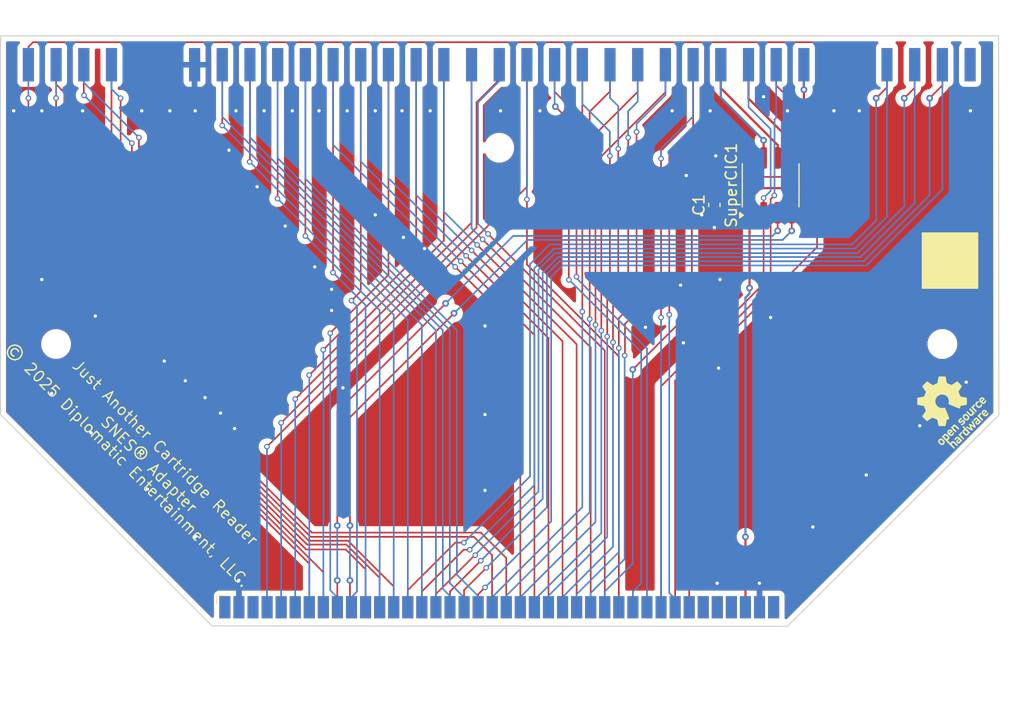
<source format=kicad_pcb>
(kicad_pcb (version 20241229) (generator "pcbnew") (generator_version "9.0")
  (title_block (title "SNES Adapter - Just Another Cartridge Reader") (date "2025-10-22") (company "Diplomatic Enteratinment, LLC.") (comment 1 "CC BY 4.0"))
  (layers (0 "F.Cu" signal) (2 "B.Cu" signal) (13 "F.Paste" user) (15 "B.Paste" user) (5 "F.SilkS" user "F.Silkscreen") (7 "B.SilkS" user "B.Silkscreen") (1 "F.Mask" user) (3 "B.Mask" user) (25 "Edge.Cuts" user))
  (net 0 "")
  (net 1 "A1")
  (net 2 "D47")
  (net 3 "D48")
  (net 4 "D22")
  (net 5 "D35")
  (net 6 "A8")
  (net 7 "D29")
  (net 8 "D31")
  (net 9 "CLK2")
  (net 10 "A9")
  (net 11 "D8")
  (net 12 "A15")
  (net 15 "A7")
  (net 16 "D40")
  (net 21 "A6")
  (net 22 "D26")
  (net 23 "GND")
  (net 24 "D7")
  (net 25 "CLK1")
  (net 27 "D49")
  (net 28 "D37")
  (net 29 "D14")
  (net 30 "D45")
  (net 31 "A4")
  (net 32 "D30")
  (net 33 "A3")
  (net 35 "D46")
  (net 36 "D2")
  (net 37 "D32")
  (net 39 "D27")
  (net 40 "D25")
  (net 41 "D33")
  (net 42 "D41")
  (net 43 "D15")
  (net 44 "A14")
  (net 50 "D24")
  (net 51 "D23")
  (net 52 "D4")
  (net 54 "D3")
  (net 55 "D28")
  (net 57 "A0")
  (net 59 "A5")
  (net 60 "D36")
  (net 61 "D42")
  (net 62 "A11")
  (net 63 "A2")
  (net 64 "D34")
  (net 65 "D6")
  (net 67 "CLK0")
  (net 68 "A13")
  (net 69 "A12")
  (net 70 "D43")
  (net 72 "A10")
  (net 74 "D44")
  (net 75 "CIC RESET")
  (net 76 "CIC0")
  (net 77 "+5V")
  (net 78 "CIC1")
  (net 79 "D9")
  (net 80 "D17")
  (footprint "" (layer "F.Cu") (at 190 102.727)
    (property "Reference" "")
    (property "Value" "")
  )
  (footprint "Package_SO:SOIC-8_3.9x4.9mm_P1.27mm" (layer "F.Cu") (at 174.498 88.392 90)
    (property "Reference" "SuperCIC1")
    (property "Value" "PIC12F629")
  )
  (footprint "Nintendo:SNES Cartridge Connector 62PIN 2.5mm CardEdge" (layer "F.Cu") (at 150 77.5 90)
    (property "Reference" "J2" (hide yes))
    (property "Value" "SNES Cartridge Slot")
  )
  (footprint "JLCPCB:2D Barcode 5mm" (layer "F.Cu") (at 190.69 95.19)
    (property "Reference" "BAR***" (hide yes))
    (property "Value" "2D Barcode 5mm")
  )
  (footprint "Symbol:OSHW-Logo_5.7x6mm_SilkScreen" (layer "F.Cu") (at 190.523146 108.456127 45)
    (property "Reference" "REF**" (hide yes))
    (property "Value" "OSHW-Logo_5.7x6mm_SilkScreen" (hide yes))
  )
  (footprint "MountingHole:MountingHole_2.2mm_M2_ISO7380" (layer "F.Cu") (at 150 85)
    (property "Reference" "REF**" (hide yes))
    (property "Value" "MountingHole_2.2mm_M2_ISO7380" (hide yes))
  )
  (footprint "Capacitor_SMD:C_0603_1608Metric_Pad1.08x0.95mm_HandSolder" (layer "F.Cu") (at 169.418 90.17 -90)
    (property "Reference" "C1")
    (property "Value" "0.1uF")
  )
  (footprint "DiplomaticEntertainment:JACR Cartridge Connector" (layer "F.Cu") (at 150 124.5)
    (property "Reference" "J1" (hide yes))
    (property "Value" "JACR CARTRIDGE ADAPTER")
  )
  (footprint "MountingHole:MountingHole_2.2mm_M2_ISO7380" (layer "F.Cu") (at 110 102.727)
    (property "Reference" "REF**" (hide yes))
    (property "Value" "MountingHole_2.2mm_M2_ISO7380" (hide yes))
  )
  (gr_line (start 195.067115 74.887434) (end 104.987117 74.887434) (stroke (width 0.1)) (layer "Edge.Cuts"))
  (gr_line (start 195.072431 74.88588) (end 195.092335 109.135655) (stroke (width 0.1)) (layer "Edge.Cuts"))
  (gr_line (start 176.000452 128.227538) (end 124.079452 128.185583) (stroke (width 0.1)) (layer "Edge.Cuts"))
  (gr_line (start 124.079452 128.185583) (end 104.987569 109.0937) (stroke (width 0.1)) (layer "Edge.Cuts"))
  (gr_line (start 104.987117 74.887434) (end 104.987117 109.093162) (stroke (width 0.1)) (layer "Edge.Cuts"))
  (gr_line (start 176.000452 128.227538) (end 195.092335 109.135655) (stroke (width 0.1)) (layer "Edge.Cuts"))
  (gr_text "Just Another Cartridge Reader" (at 111.275146 104.773127 315) (layer "F.SilkS") (effects (font (size 1 1) (thickness 0.125)) (justify left bottom)))
  (gr_text "SNES^{®} Adapter" (at 113.815146 109.853127 315) (layer "F.SilkS") (effects (font (size 1 1) (thickness 0.125)) (justify left bottom)))
  (gr_text "© 2025 Diplomatic Entertainment, LLC." (at 105.179146 103.249127 315) (layer "F.SilkS") (effects (font (size 1 1) (thickness 0.125)) (justify left bottom)))
  (segment (start 150 78.854) (end 150 77.5) (width 0.15) (layer "F.Cu") (net 1))
  (segment (start 130.315 109.842) (end 147.955 92.202) (width 0.15) (layer "F.Cu") (net 1))
  (segment (start 147.955 92.202) (end 147.955 80.899) (width 0.15) (layer "F.Cu") (net 1))
  (segment (start 147.955 80.899) (end 150 78.854) (width 0.15) (layer "F.Cu") (net 1))
  (via (at 130.315 109.842) (size 0.5) (drill 0.3) (layers "F.Cu" "B.Cu") (net 1))
  (segment (start 130.315 127) (end 130.315 109.842) (width 0.15) (layer "B.Cu") (net 1))
  (segment (start 154.445 102.192629) (end 154.445 127) (width 0.15) (layer "F.Cu") (net 2))
  (segment (start 147.013417 94.761046) (end 154.445 102.192629) (width 0.15) (layer "F.Cu") (net 2))
  (via (at 147.013417 94.761046) (size 0.5) (drill 0.3) (layers "F.Cu" "B.Cu") (net 2))
  (segment (start 140 87.747629) (end 140 77.5) (width 0.15) (layer "B.Cu") (net 2))
  (segment (start 147.013417 94.761046) (end 140 87.747629) (width 0.15) (layer "B.Cu") (net 2))
  (segment (start 146.518441 95.256023) (end 153.175 101.912582) (width 0.15) (layer "F.Cu") (net 3))
  (segment (start 153.175 101.912582) (end 153.175 127) (width 0.15) (layer "F.Cu") (net 3))
  (via (at 146.518441 95.256023) (size 0.5) (drill 0.3) (layers "F.Cu" "B.Cu") (net 3))
  (segment (start 146.518441 95.256023) (end 137.5 86.237582) (width 0.15) (layer "B.Cu") (net 3))
  (segment (start 137.5 86.237582) (end 137.5 77.5) (width 0.15) (layer "B.Cu") (net 3))
  (segment (start 185 79.541) (end 185 77.5) (width 0.15) (layer "F.Cu") (net 4))
  (segment (start 141.745 124.955) (end 141.745 126.5) (width 0.15) (layer "F.Cu") (net 4))
  (segment (start 141.745 126.5) (end 141.732 126.513) (width 0.15) (layer "F.Cu") (net 4))
  (segment (start 146.033 120.667) (end 141.745 124.955) (width 0.15) (layer "F.Cu") (net 4))
  (segment (start 146.812 120.667) (end 146.033 120.667) (width 0.15) (layer "F.Cu") (net 4))
  (segment (start 141.732 126.513) (end 141.732 126.987) (width 0.15) (layer "F.Cu") (net 4))
  (segment (start 184.023 80.518) (end 185 79.541) (width 0.15) (layer "F.Cu") (net 4))
  (segment (start 141.732 126.987) (end 141.745 127) (width 0.15) (layer "F.Cu") (net 4))
  (via (at 146.812 120.667) (size 0.5) (drill 0.3) (layers "F.Cu" "B.Cu") (net 4))
  (via (at 184.023 80.518) (size 0.6) (drill 0.3) (layers "F.Cu" "B.Cu") (net 4))
  (segment (start 181.864 93.726) (end 154.559 93.726) (width 0.15) (layer "B.Cu") (net 4))
  (segment (start 154.559 93.726) (end 152.781 95.504) (width 0.15) (layer "B.Cu") (net 4))
  (segment (start 184.023 80.518) (end 184.023 91.567) (width 0.15) (layer "B.Cu") (net 4))
  (segment (start 146.812 120.65) (end 146.812 120.667) (width 0.15) (layer "B.Cu") (net 4))
  (segment (start 184.023 91.567) (end 181.864 93.726) (width 0.15) (layer "B.Cu") (net 4))
  (segment (start 152.781 114.681) (end 146.812 120.65) (width 0.15) (layer "B.Cu") (net 4))
  (segment (start 152.781 95.504) (end 152.781 114.681) (width 0.15) (layer "B.Cu") (net 4))
  (segment (start 158.689054 100.991949) (end 158.689054 83.753946) (width 0.15) (layer "F.Cu") (net 5))
  (segment (start 162.5 79.943) (end 162.5 77.5) (width 0.15) (layer "F.Cu") (net 5))
  (segment (start 158.689054 83.753946) (end 162.5 79.943) (width 0.15) (layer "F.Cu") (net 5))
  (via (at 158.689054 100.991949) (size 0.5) (drill 0.3) (layers "F.Cu" "B.Cu") (net 5))
  (segment (start 158.688054 101.734823) (end 158.689054 101.735823) (width 0.15) (layer "B.Cu") (net 5))
  (segment (start 158.689054 101.735823) (end 158.689054 118.805946) (width 0.15) (layer "B.Cu") (net 5))
  (segment (start 158.689054 101.298069) (end 158.688054 101.299069) (width 0.15) (layer "B.Cu") (net 5))
  (segment (start 158.688054 101.299069) (end 158.688054 101.734823) (width 0.15) (layer "B.Cu") (net 5))
  (segment (start 151.905 125.59) (end 151.905 127) (width 0.15) (layer "B.Cu") (net 5))
  (segment (start 158.689054 118.805946) (end 151.905 125.59) (width 0.15) (layer "B.Cu") (net 5))
  (segment (start 158.689054 100.991949) (end 158.689054 101.298069) (width 0.15) (layer "B.Cu") (net 5))
  (segment (start 132.5 92.964) (end 132.5 77.5) (width 0.15) (layer "F.Cu") (net 6))
  (via (at 132.5 92.964) (size 0.5) (drill 0.3) (layers "F.Cu" "B.Cu") (net 6))
  (segment (start 139.205 99.669) (end 139.205 127) (width 0.15) (layer "B.Cu") (net 6))
  (segment (start 132.5 92.964) (end 139.205 99.669) (width 0.15) (layer "B.Cu") (net 6))
  (segment (start 148.336 119.761) (end 150.635 122.06) (width 0.15) (layer "F.Cu") (net 7))
  (segment (start 133.096 119.761) (end 148.336 119.761) (width 0.15) (layer "F.Cu") (net 7))
  (segment (start 150.635 122.06) (end 150.635 127) (width 0.15) (layer "F.Cu") (net 7))
  (segment (start 117.475 104.14) (end 133.096 119.761) (width 0.15) (layer "F.Cu") (net 7))
  (segment (start 117.475 84.074) (end 117.475 104.14) (width 0.15) (layer "F.Cu") (net 7))
  (via (at 117.475 84.074) (size 0.5) (drill 0.3) (layers "F.Cu" "B.Cu") (net 7))
  (segment (start 117.475 84.074) (end 112.5 79.099) (width 0.15) (layer "B.Cu") (net 7))
  (segment (start 112.5 79.099) (end 112.5 77.5) (width 0.15) (layer "B.Cu") (net 7))
  (segment (start 160.795 100.386928) (end 160.795 103.097895) (width 0.15) (layer "F.Cu") (net 8))
  (segment (start 161.642275 84.083188) (end 161.642275 99.539653) (width 0.15) (layer "F.Cu") (net 8))
  (segment (start 161.642275 99.539653) (end 160.795 100.386928) (width 0.15) (layer "F.Cu") (net 8))
  (via (at 161.642275 84.083188) (size 0.5) (drill 0.3) (layers "F.Cu" "B.Cu") (net 8))
  (via (at 160.795 103.097895) (size 0.5) (drill 0.3) (layers "F.Cu" "B.Cu") (net 8))
  (segment (start 161.633087 81.698913) (end 162.5 80.832) (width 0.15) (layer "B.Cu") (net 8))
  (segment (start 160.795 103.097895) (end 160.795 121.526) (width 0.15) (layer "B.Cu") (net 8))
  (segment (start 156.985 125.336) (end 156.985 127) (width 0.15) (layer "B.Cu") (net 8))
  (segment (start 162.5 80.832) (end 162.5 77.5) (width 0.15) (layer "B.Cu") (net 8))
  (segment (start 160.795 121.526) (end 156.985 125.336) (width 0.15) (layer "B.Cu") (net 8))
  (segment (start 161.642275 84.083188) (end 161.633087 84.074) (width 0.15) (layer "B.Cu") (net 8))
  (segment (start 161.633087 84.074) (end 161.633087 81.698913) (width 0.15) (layer "B.Cu") (net 8))
  (segment (start 173.863 90.867) (end 173.863 89.535) (width 0.15) (layer "F.Cu") (net 9))
  (segment (start 173.863 97.282) (end 173.863 90.867) (width 0.15) (layer "F.Cu") (net 9))
  (segment (start 164.605 127) (end 164.605 106.54) (width 0.15) (layer "F.Cu") (net 9))
  (segment (start 164.605 106.54) (end 173.863 97.282) (width 0.15) (layer "F.Cu") (net 9))
  (via (at 173.863 89.535) (size 0.5) (drill 0.3) (layers "F.Cu" "B.Cu") (net 9))
  (segment (start 173.863 89.535) (end 174.498 88.9) (width 0.15) (layer "B.Cu") (net 9))
  (segment (start 174.498 88.9) (end 174.498 83.312) (width 0.15) (layer "B.Cu") (net 9))
  (segment (start 172.5 81.314) (end 172.5 77.5) (width 0.15) (layer "B.Cu") (net 9))
  (segment (start 174.498 83.312) (end 172.5 81.314) (width 0.15) (layer "B.Cu") (net 9))
  (segment (start 130 89.583) (end 130 77.5) (width 0.15) (layer "F.Cu") (net 10))
  (segment (start 129.985826 89.597174) (end 130 89.583) (width 0.15) (layer "F.Cu") (net 10))
  (via (at 129.985826 89.597174) (size 0.5) (drill 0.3) (layers "F.Cu" "B.Cu") (net 10))
  (segment (start 140.475 100.086348) (end 140.475 127) (width 0.15) (layer "B.Cu") (net 10))
  (segment (start 129.985826 89.597174) (end 140.475 100.086348) (width 0.15) (layer "B.Cu") (net 10))
  (segment (start 164.605 100.33) (end 164.605 85.979) (width 0.15) (layer "F.Cu") (net 11))
  (via (at 164.605 100.33) (size 0.5) (drill 0.3) (layers "F.Cu" "B.Cu") (net 11))
  (via (at 164.605 85.979) (size 0.5) (drill 0.3) (layers "F.Cu" "B.Cu") (net 11))
  (segment (start 164.605 127) (end 164.605 100.33) (width 0.15) (layer "B.Cu") (net 11))
  (segment (start 164.605 85.077) (end 167.5 82.182) (width 0.15) (layer "B.Cu") (net 11))
  (segment (start 167.5 82.182) (end 167.5 77.5) (width 0.15) (layer "B.Cu") (net 11))
  (segment (start 164.605 85.979) (end 164.605 85.077) (width 0.15) (layer "B.Cu") (net 11))
  (segment (start 148.095 127) (end 148.095 125.489) (width 0.15) (layer "B.Cu") (net 12))
  (segment (start 146.177 123.571) (end 146.177 101.473) (width 0.15) (layer "B.Cu") (net 12))
  (segment (start 132.5 87.796) (end 132.5 77.5) (width 0.15) (layer "B.Cu") (net 12))
  (segment (start 148.095 125.489) (end 146.177 123.571) (width 0.15) (layer "B.Cu") (net 12))
  (segment (start 146.177 101.473) (end 132.5 87.796) (width 0.15) (layer "B.Cu") (net 12))
  (segment (start 134.994913 96.272087) (end 135 96.267) (width 0.15) (layer "F.Cu") (net 15))
  (segment (start 135 96.267) (end 135 77.5) (width 0.15) (layer "F.Cu") (net 15))
  (via (at 134.994913 96.272087) (size 0.5) (drill 0.3) (layers "F.Cu" "B.Cu") (net 15))
  (segment (start 134.994913 96.272087) (end 137.935 99.212174) (width 0.15) (layer "B.Cu") (net 15))
  (segment (start 137.935 99.212174) (end 137.935 127) (width 0.15) (layer "B.Cu") (net 15))
  (segment (start 136.665 127) (end 136.525 126.86) (width 0.15) (layer "F.Cu") (net 16))
  (segment (start 176.403 92.5) (end 176.403 90.867) (width 0.15) (layer "F.Cu") (net 16))
  (segment (start 136.525 119.126) (end 136.525 109.347) (width 0.15) (layer "F.Cu") (net 16))
  (segment (start 136.525 109.347) (end 145.923 99.949) (width 0.15) (layer "F.Cu") (net 16))
  (segment (start 136.525 126.86) (end 136.525 124.079) (width 0.15) (layer "F.Cu") (net 16))
  (via (at 176.403 92.5) (size 0.6) (drill 0.3) (layers "F.Cu" "B.Cu") (net 16))
  (via (at 145.923 99.949) (size 0.6) (drill 0.3) (layers "F.Cu" "B.Cu") (net 16))
  (via (at 136.525 124.079) (size 0.6) (drill 0.3) (layers "F.Cu" "B.Cu") (net 16))
  (via (at 136.525 119.126) (size 0.6) (drill 0.3) (layers "F.Cu" "B.Cu") (net 16))
  (segment (start 175.578057 93.324943) (end 176.403 92.5) (width 0.15) (layer "B.Cu") (net 16))
  (segment (start 145.923 99.949) (end 152.547057 93.324943) (width 0.15) (layer "B.Cu") (net 16))
  (segment (start 136.525 124.079) (end 136.525 119.126) (width 0.15) (layer "B.Cu") (net 16))
  (segment (start 152.547057 93.324943) (end 175.578057 93.324943) (width 0.15) (layer "B.Cu") (net 16))
  (segment (start 136.665 98.806) (end 137.5 97.971) (width 0.15) (layer "F.Cu") (net 21))
  (segment (start 137.5 97.971) (end 137.5 77.5) (width 0.15) (layer "F.Cu") (net 21))
  (via (at 136.665 98.806) (size 0.5) (drill 0.3) (layers "F.Cu" "B.Cu") (net 21))
  (segment (start 136.665 98.806) (end 137.159 99.3) (width 0.15) (layer "B.Cu") (net 21))
  (segment (start 136.665 125.59) (end 136.665 127) (width 0.15) (layer "B.Cu") (net 21))
  (segment (start 137.159 99.3) (end 137.159 125.096) (width 0.15) (layer "B.Cu") (net 21))
  (segment (start 137.159 125.096) (end 136.665 125.59) (width 0.15) (layer "B.Cu") (net 21))
  (segment (start 146.825 124.955) (end 146.825 127) (width 0.15) (layer "F.Cu") (net 22))
  (segment (start 148.827 122.936) (end 148.827 122.953) (width 0.15) (layer "F.Cu") (net 22))
  (segment (start 148.827 122.953) (end 146.825 124.955) (width 0.15) (layer "F.Cu") (net 22))
  (segment (start 190 79.367) (end 190 77.5) (width 0.15) (layer "F.Cu") (net 22))
  (segment (start 188.849 80.518) (end 190 79.367) (width 0.15) (layer "F.Cu") (net 22))
  (via (at 188.849 80.518) (size 0.6) (drill 0.3) (layers "F.Cu" "B.Cu") (net 22))
  (via (at 148.827 122.936) (size 0.5) (drill 0.3) (layers "F.Cu" "B.Cu") (net 22))
  (segment (start 148.844 122.936) (end 154.305 117.475) (width 0.15) (layer "B.Cu") (net 22))
  (segment (start 148.827 122.936) (end 148.844 122.936) (width 0.15) (layer "B.Cu") (net 22))
  (segment (start 154.305 96.393) (end 155.448 95.25) (width 0.15) (layer "B.Cu") (net 22))
  (segment (start 182.88 95.25) (end 188.849 89.281) (width 0.15) (layer "B.Cu") (net 22))
  (segment (start 154.305 117.475) (end 154.305 96.393) (width 0.15) (layer "B.Cu") (net 22))
  (segment (start 188.849 89.281) (end 188.849 80.518) (width 0.15) (layer "B.Cu") (net 22))
  (segment (start 155.448 95.25) (end 182.88 95.25) (width 0.15) (layer "B.Cu") (net 22))
  (via (at 165.608 81.661) (size 0.6) (drill 0.3) (layers "F.Cu" "B.Cu") (net 23))
  (via (at 176.022 81.661) (size 0.6) (drill 0.3) (layers "F.Cu" "B.Cu") (net 23))
  (via (at 113.538 100.203) (size 0.6) (drill 0.3) (layers "F.Cu" "B.Cu") (net 23))
  (via (at 119.761 104.267) (size 0.6) (drill 0.3) (layers "F.Cu" "B.Cu") (net 23))
  (via (at 108.712 96.901) (size 0.6) (drill 0.3) (layers "F.Cu" "B.Cu") (net 23))
  (via (at 163.195 101.219) (size 0.6) (drill 0.3) (layers "F.Cu" "B.Cu") (net 23))
  (via (at 124.841 108.966) (size 0.6) (drill 0.3) (layers "F.Cu" "B.Cu") (net 23))
  (via (at 138.811 81.661) (size 0.6) (drill 0.3) (layers "F.Cu" "B.Cu") (net 23))
  (via (at 120.269 81.661) (size 0.6) (drill 0.3) (layers "F.Cu" "B.Cu") (net 23))
  (via (at 148.717 101.092) (size 0.6) (drill 0.3) (layers "F.Cu" "B.Cu") (net 23))
  (via (at 128.778 81.661) (size 0.6) (drill 0.3) (layers "F.Cu" "B.Cu") (net 23))
  (via (at 128.143 88.519) (size 0.6) (drill 0.3) (layers "F.Cu" "B.Cu") (net 23))
  (via (at 122.555 81.661) (size 0.6) (drill 0.3) (layers "F.Cu" "B.Cu") (net 23))
  (via (at 192.532 81.661) (size 0.6) (drill 0.3) (layers "F.Cu" "B.Cu") (net 23))
  (via (at 126.492 124.079) (size 0.6) (drill 0.3) (layers "F.Cu" "B.Cu") (net 23))
  (via (at 138.811 91.059) (size 0.6) (drill 0.3) (layers "F.Cu" "B.Cu") (net 23))
  (via (at 153.67 81.661) (size 0.6) (drill 0.3) (layers "F.Cu" "B.Cu") (net 23))
  (via (at 133.731 81.661) (size 0.6) (drill 0.3) (layers "F.Cu" "B.Cu") (net 23))
  (via (at 169.418 92.202) (size 0.6) (drill 0.3) (layers "F.Cu" "B.Cu") (net 23))
  (via (at 150.114 81.661) (size 0.6) (drill 0.3) (layers "F.Cu" "B.Cu") (net 23))
  (via (at 136.271 81.661) (size 0.6) (drill 0.3) (layers "F.Cu" "B.Cu") (net 23))
  (via (at 109.601 107.188) (size 0.6) (drill 0.3) (layers "F.Cu" "B.Cu") (net 23))
  (via (at 117.729 81.661) (size 0.6) (drill 0.3) (layers "F.Cu" "B.Cu") (net 23))
  (via (at 112.395 81.661) (size 0.6) (drill 0.3) (layers "F.Cu" "B.Cu") (net 23))
  (via (at 169.926 96.901) (size 0.6) (drill 0.3) (layers "F.Cu" "B.Cu") (net 23))
  (via (at 118.237 115.824) (size 0.6) (drill 0.3) (layers "F.Cu" "B.Cu") (net 23))
  (via (at 166.624 102.616) (size 0.6) (drill 0.3) (layers "F.Cu" "B.Cu") (net 23))
  (via (at 122.555 120.142) (size 0.6) (drill 0.3) (layers "F.Cu" "B.Cu") (net 23))
  (via (at 169.037 81.661) (size 0.6) (drill 0.3) (layers "F.Cu" "B.Cu") (net 23))
  (via (at 125.603 85.217) (size 0.6) (drill 0.3) (layers "F.Cu" "B.Cu") (net 23))
  (via (at 183.134 114.554) (size 0.6) (drill 0.3) (layers "F.Cu" "B.Cu") (net 23))
  (via (at 173.482 124.333) (size 0.6) (drill 0.3) (layers "F.Cu" "B.Cu") (net 23))
  (via (at 135.89 106.68) (size 0.6) (drill 0.3) (layers "F.Cu" "B.Cu") (net 23))
  (via (at 113.157 110.744) (size 0.6) (drill 0.3) (layers "F.Cu" "B.Cu") (net 23))
  (via (at 180.213 81.661) (size 0.6) (drill 0.3) (layers "F.Cu" "B.Cu") (net 23))
  (via (at 174.498 100.33) (size 0.6) (drill 0.3) (layers "F.Cu" "B.Cu") (net 23))
  (via (at 143.256 94.107) (size 0.6) (drill 0.3) (layers "F.Cu" "B.Cu") (net 23))
  (via (at 133.35 95.758) (size 0.6) (drill 0.3) (layers "F.Cu" "B.Cu") (net 23))
  (via (at 178.308 119.253) (size 0.6) (drill 0.3) (layers "F.Cu" "B.Cu") (net 23))
  (via (at 108.712 81.661) (size 0.6) (drill 0.3) (layers "F.Cu" "B.Cu") (net 23))
  (via (at 130.683 92.075) (size 0.6) (drill 0.3) (layers "F.Cu" "B.Cu") (net 23))
  (via (at 169.545 85.725) (size 0.6) (drill 0.3) (layers "F.Cu" "B.Cu") (net 23))
  (via (at 123.444 107.569) (size 0.6) (drill 0.3) (layers "F.Cu" "B.Cu") (net 23))
  (via (at 134.874 97.79) (size 0.6) (drill 0.3) (layers "F.Cu" "B.Cu") (net 23))
  (via (at 166.878 87.503) (size 0.6) (drill 0.3) (layers "F.Cu" "B.Cu") (net 23))
  (via (at 141.224 81.661) (size 0.6) (drill 0.3) (layers "F.Cu" "B.Cu") (net 23))
  (via (at 141.351 93.091) (size 0.6) (drill 0.3) (layers "F.Cu" "B.Cu") (net 23))
  (via (at 126.238 81.661) (size 0.6) (drill 0.3) (layers "F.Cu" "B.Cu") (net 23))
  (via (at 106.172 81.661) (size 0.6) (drill 0.3) (layers "F.Cu" "B.Cu") (net 23))
  (via (at 173.863 80.391) (size 0.6) (drill 0.3) (layers "F.Cu" "B.Cu") (net 23))
  (via (at 148.717 115.951) (size 0.6) (drill 0.3) (layers "F.Cu" "B.Cu") (net 23))
  (via (at 169.799 104.902) (size 0.6) (drill 0.3) (layers "F.Cu" "B.Cu") (net 23))
  (via (at 126.111 110.363) (size 0.6) (drill 0.3) (layers "F.Cu" "B.Cu") (net 23))
  (via (at 134.874 99.695) (size 0.6) (drill 0.3) (layers "F.Cu" "B.Cu") (net 23))
  (via (at 131.318 81.661) (size 0.6) (drill 0.3) (layers "F.Cu" "B.Cu") (net 23))
  (via (at 169.672 124.333) (size 0.6) (drill 0.3) (layers "F.Cu" "B.Cu") (net 23))
  (via (at 187.96 110.109) (size 0.6) (drill 0.3) (layers "F.Cu" "B.Cu") (net 23))
  (via (at 168.275 91.059) (size 0.6) (drill 0.3) (layers "F.Cu" "B.Cu") (net 23))
  (via (at 148.717 109.093) (size 0.6) (drill 0.3) (layers "F.Cu" "B.Cu") (net 23))
  (via (at 166.37 97.409) (size 0.6) (drill 0.3) (layers "F.Cu" "B.Cu") (net 23))
  (via (at 192.151 106.172) (size 0.6) (drill 0.3) (layers "F.Cu" "B.Cu") (net 23))
  (via (at 121.666 106.045) (size 0.6) (drill 0.3) (layers "F.Cu" "B.Cu") (net 23))
  (via (at 182.499 81.661) (size 0.6) (drill 0.3) (layers "F.Cu" "B.Cu") (net 23))
  (via (at 143.764 81.661) (size 0.6) (drill 0.3) (layers "F.Cu" "B.Cu") (net 23))
  (segment (start 155 79.943) (end 155 77.5) (width 0.15) (layer "F.Cu") (net 24))
  (segment (start 156.974554 81.917554) (end 155 79.943) (width 0.15) (layer "F.Cu") (net 24))
  (segment (start 156.974554 96.647) (end 156.974554 81.917554) (width 0.15) (layer "F.Cu") (net 24))
  (via (at 156.974554 96.647) (size 0.5) (drill 0.3) (layers "F.Cu" "B.Cu") (net 24))
  (segment (start 163.335 103.134446) (end 163.335 127) (width 0.15) (layer "B.Cu") (net 24))
  (segment (start 156.974554 96.647) (end 156.974554 96.774) (width 0.15) (layer "B.Cu") (net 24))
  (segment (start 156.974554 96.774) (end 163.335 103.134446) (width 0.15) (layer "B.Cu") (net 24))
  (segment (start 174.498 89.642464) (end 174.498 97.409) (width 0.15) (layer "F.Cu") (net 25))
  (segment (start 165.875 106.032) (end 165.875 127) (width 0.15) (layer "F.Cu") (net 25))
  (segment (start 174.498 97.409) (end 165.875 106.032) (width 0.15) (layer "F.Cu") (net 25))
  (segment (start 174.832598 89.307866) (end 174.498 89.642464) (width 0.15) (layer "F.Cu") (net 25))
  (via (at 174.832598 89.307866) (size 0.5) (drill 0.3) (layers "F.Cu" "B.Cu") (net 25))
  (segment (start 174.832598 89.307866) (end 174.849 89.324268) (width 0.15) (layer "B.Cu") (net 25))
  (segment (start 174.849 89.324268) (end 174.849 82.447) (width 0.15) (layer "B.Cu") (net 25))
  (segment (start 175 82.296) (end 175 77.5) (width 0.15) (layer "B.Cu") (net 25))
  (segment (start 174.849 82.447) (end 175 82.296) (width 0.15) (layer "B.Cu") (net 25))
  (segment (start 146.023464 95.751) (end 151.905 101.632536) (width 0.15) (layer "F.Cu") (net 27))
  (segment (start 151.905 101.632536) (end 151.905 127) (width 0.15) (layer "F.Cu") (net 27))
  (via (at 146.023464 95.751) (size 0.5) (drill 0.3) (layers "F.Cu" "B.Cu") (net 27))
  (segment (start 135 84.727536) (end 135 77.5) (width 0.15) (layer "B.Cu") (net 27))
  (segment (start 146.023464 95.751) (end 135 84.727536) (width 0.15) (layer "B.Cu") (net 27))
  (segment (start 157.5 93.833) (end 157.5 77.5) (width 0.15) (layer "F.Cu") (net 28))
  (segment (start 157.499554 99.802446) (end 157.499554 93.833446) (width 0.15) (layer "F.Cu") (net 28))
  (segment (start 157.499554 93.833446) (end 157.5 93.833) (width 0.15) (layer "F.Cu") (net 28))
  (via (at 157.499554 99.802446) (size 0.5) (drill 0.3) (layers "F.Cu" "B.Cu") (net 28))
  (segment (start 157.499554 117.455446) (end 149.365 125.59) (width 0.15) (layer "B.Cu") (net 28))
  (segment (start 157.499554 99.802446) (end 157.499554 117.455446) (width 0.15) (layer "B.Cu") (net 28))
  (segment (start 149.365 125.59) (end 149.365 127) (width 0.15) (layer "B.Cu") (net 28))
  (segment (start 115.824 103.505) (end 132.715 120.396) (width 0.15) (layer "F.Cu") (net 29))
  (segment (start 132.726611 120.396) (end 132.823612 120.493) (width 0.15) (layer "F.Cu") (net 29))
  (segment (start 132.823612 120.493) (end 136.344776 120.493) (width 0.15) (layer "F.Cu") (net 29))
  (segment (start 136.344776 120.493) (end 140.475 124.623224) (width 0.15) (layer "F.Cu") (net 29))
  (segment (start 115.824 80.518) (end 115.824 103.505) (width 0.15) (layer "F.Cu") (net 29))
  (segment (start 132.715 120.396) (end 132.726611 120.396) (width 0.15) (layer "F.Cu") (net 29))
  (segment (start 140.475 124.623224) (end 140.475 127) (width 0.15) (layer "F.Cu") (net 29))
  (via (at 115.824 80.518) (size 0.5) (drill 0.3) (layers "F.Cu" "B.Cu") (net 29))
  (segment (start 115 79.694) (end 115 77.5) (width 0.15) (layer "B.Cu") (net 29))
  (segment (start 115.824 80.518) (end 115 79.694) (width 0.15) (layer "B.Cu") (net 29))
  (segment (start 156.985 102.752725) (end 156.985 127) (width 0.15) (layer "F.Cu") (net 30))
  (segment (start 148.003369 93.771094) (end 156.985 102.752725) (width 0.15) (layer "F.Cu") (net 30))
  (via (at 148.003369 93.771094) (size 0.5) (drill 0.3) (layers "F.Cu" "B.Cu") (net 30))
  (segment (start 145 90.767725) (end 145 77.5) (width 0.15) (layer "B.Cu") (net 30))
  (segment (start 148.003369 93.771094) (end 145 90.767725) (width 0.15) (layer "B.Cu") (net 30))
  (segment (start 142.5 94.863) (end 142.5 77.5) (width 0.15) (layer "F.Cu") (net 31))
  (segment (start 134.112 103.251) (end 142.5 94.863) (width 0.15) (layer "F.Cu") (net 31))
  (via (at 134.112 103.251) (size 0.5) (drill 0.3) (layers "F.Cu" "B.Cu") (net 31))
  (segment (start 134.112 103.251) (end 134.112 103.505) (width 0.15) (layer "B.Cu") (net 31))
  (segment (start 134.125 103.518) (end 134.125 127) (width 0.15) (layer "B.Cu") (net 31))
  (segment (start 134.112 103.505) (end 134.125 103.518) (width 0.15) (layer "B.Cu") (net 31))
  (segment (start 162.395087 99.859912) (end 162.395087 83.566) (width 0.15) (layer "F.Cu") (net 32))
  (segment (start 161.32 103.759) (end 161.348175 103.730825) (width 0.15) (layer "F.Cu") (net 32))
  (segment (start 161.348175 103.730825) (end 161.348175 100.906824) (width 0.15) (layer "F.Cu") (net 32))
  (segment (start 161.348175 100.906824) (end 162.395087 99.859912) (width 0.15) (layer "F.Cu") (net 32))
  (via (at 162.395087 83.566) (size 0.5) (drill 0.3) (layers "F.Cu" "B.Cu") (net 32))
  (via (at 161.32 103.759) (size 0.5) (drill 0.3) (layers "F.Cu" "B.Cu") (net 32))
  (segment (start 161.264413 122.199587) (end 158.255 125.209) (width 0.15) (layer "B.Cu") (net 32))
  (segment (start 158.255 125.209) (end 158.255 127) (width 0.15) (layer "B.Cu") (net 32))
  (segment (start 161.32 122.174) (end 161.294413 122.199587) (width 0.15) (layer "B.Cu") (net 32))
  (segment (start 162.395087 82.841913) (end 165 80.237) (width 0.15) (layer "B.Cu") (net 32))
  (segment (start 161.294413 122.199587) (end 161.264413 122.199587) (width 0.15) (layer "B.Cu") (net 32))
  (segment (start 162.395087 83.566) (end 162.395087 82.841913) (width 0.15) (layer "B.Cu") (net 32))
  (segment (start 161.32 103.759) (end 161.32 122.174) (width 0.15) (layer "B.Cu") (net 32))
  (segment (start 165 80.237) (end 165 77.5) (width 0.15) (layer "B.Cu") (net 32))
  (segment (start 145 93.379) (end 145 77.5) (width 0.15) (layer "F.Cu") (net 33))
  (segment (start 132.842 105.537) (end 145 93.379) (width 0.15) (layer "F.Cu") (net 33))
  (via (at 132.842 105.537) (size 0.5) (drill 0.3) (layers "F.Cu" "B.Cu") (net 33))
  (segment (start 132.855 105.55) (end 132.855 127) (width 0.15) (layer "B.Cu") (net 33))
  (segment (start 132.842 105.537) (end 132.855 105.55) (width 0.15) (layer "B.Cu") (net 33))
  (segment (start 147.508394 94.266071) (end 155.715 102.472677) (width 0.15) (layer "F.Cu") (net 35))
  (segment (start 155.715 102.472677) (end 155.715 127) (width 0.15) (layer "F.Cu") (net 35))
  (via (at 147.508394 94.266071) (size 0.5) (drill 0.3) (layers "F.Cu" "B.Cu") (net 35))
  (segment (start 147.508394 94.266071) (end 142.5 89.257677) (width 0.15) (layer "B.Cu") (net 35))
  (segment (start 142.5 89.257677) (end 142.5 77.5) (width 0.15) (layer "B.Cu") (net 35))
  (segment (start 107.5 80.518) (end 107.5 97.213) (width 0.15) (layer "F.Cu") (net 36))
  (segment (start 132.855 122.568) (end 132.855 127) (width 0.15) (layer "F.Cu") (net 36))
  (segment (start 107.5 97.213) (end 132.855 122.568) (width 0.15) (layer "F.Cu") (net 36))
  (via (at 107.5 80.518) (size 0.5) (drill 0.3) (layers "F.Cu" "B.Cu") (net 36))
  (segment (start 107.5 80.518) (end 107.5 77.5) (width 0.15) (layer "B.Cu") (net 36))
  (segment (start 160.744087 98.843913) (end 160.27 99.318) (width 0.15) (layer "F.Cu") (net 37))
  (segment (start 160.744087 85.09) (end 160.744087 98.843913) (width 0.15) (layer "F.Cu") (net 37))
  (segment (start 160.27 99.318) (end 160.27 102.572894) (width 0.15) (layer "F.Cu") (net 37))
  (via (at 160.744087 85.09) (size 0.5) (drill 0.3) (layers "F.Cu" "B.Cu") (net 37))
  (via (at 160.27 102.572894) (size 0.5) (drill 0.3) (layers "F.Cu" "B.Cu") (net 37))
  (segment (start 160.27 121.035) (end 155.715 125.59) (width 0.15) (layer "B.Cu") (net 37))
  (segment (start 160.744087 85.09) (end 160.744087 81.242087) (width 0.15) (layer "B.Cu") (net 37))
  (segment (start 160.744087 81.242087) (end 160 80.498) (width 0.15) (layer "B.Cu") (net 37))
  (segment (start 160 80.498) (end 160 77.5) (width 0.15) (layer "B.Cu") (net 37))
  (segment (start 155.715 125.59) (end 155.715 127) (width 0.15) (layer "B.Cu") (net 37))
  (segment (start 160.27 102.572894) (end 160.27 121.035) (width 0.15) (layer "B.Cu") (net 37))
  (segment (start 148.095 125.336) (end 148.095 127) (width 0.15) (layer "F.Cu") (net 39))
  (segment (start 148.717 124.714) (end 148.095 125.336) (width 0.15) (layer "F.Cu") (net 39))
  (via (at 148.717 124.714) (size 0.5) (drill 0.3) (layers "F.Cu" "B.Cu") (net 39))
  (segment (start 148.717 124.714) (end 154.686 118.745) (width 0.15) (layer "B.Cu") (net 39))
  (segment (start 154.686 96.647) (end 155.702 95.631) (width 0.15) (layer "B.Cu") (net 39))
  (segment (start 154.686 118.745) (end 154.686 96.647) (width 0.15) (layer "B.Cu") (net 39))
  (segment (start 190 88.765) (end 190 77.5) (width 0.15) (layer "B.Cu") (net 39))
  (segment (start 183.134 95.631) (end 190 88.765) (width 0.15) (layer "B.Cu") (net 39))
  (segment (start 155.702 95.631) (end 183.134 95.631) (width 0.15) (layer "B.Cu") (net 39))
  (segment (start 145.555 125.082) (end 145.555 127) (width 0.15) (layer "F.Cu") (net 40))
  (segment (start 148.336 122.301) (end 145.555 125.082) (width 0.15) (layer "F.Cu") (net 40))
  (via (at 148.336 122.301) (size 0.5) (drill 0.3) (layers "F.Cu" "B.Cu") (net 40))
  (segment (start 153.924 116.713) (end 153.924 96.266) (width 0.15) (layer "B.Cu") (net 40))
  (segment (start 182.626 94.869) (end 187.5 89.995) (width 0.15) (layer "B.Cu") (net 40))
  (segment (start 187.5 89.995) (end 187.5 77.5) (width 0.15) (layer "B.Cu") (net 40))
  (segment (start 155.321 94.869) (end 182.626 94.869) (width 0.15) (layer "B.Cu") (net 40))
  (segment (start 153.924 96.266) (end 155.321 94.869) (width 0.15) (layer "B.Cu") (net 40))
  (segment (start 148.336 122.301) (end 153.924 116.713) (width 0.15) (layer "B.Cu") (net 40))
  (segment (start 159.745 98.573) (end 159.745 102.047894) (width 0.15) (layer "F.Cu") (net 41))
  (segment (start 159.991275 85.734188) (end 159.991275 98.326725) (width 0.15) (layer "F.Cu") (net 41))
  (segment (start 159.991275 98.326725) (end 159.745 98.573) (width 0.15) (layer "F.Cu") (net 41))
  (via (at 159.991275 85.734188) (size 0.5) (drill 0.3) (layers "F.Cu" "B.Cu") (net 41))
  (via (at 159.745 102.047894) (size 0.5) (drill 0.3) (layers "F.Cu" "B.Cu") (net 41))
  (segment (start 159.982087 85.725) (end 159.982087 83.528087) (width 0.15) (layer "B.Cu") (net 41))
  (segment (start 154.445 125.463) (end 154.445 127) (width 0.15) (layer "B.Cu") (net 41))
  (segment (start 159.991275 85.734188) (end 159.982087 85.725) (width 0.15) (layer "B.Cu") (net 41))
  (segment (start 159.745 102.047894) (end 159.745 120.163) (width 0.15) (layer "B.Cu") (net 41))
  (segment (start 159.982087 83.528087) (end 157.5 81.046) (width 0.15) (layer "B.Cu") (net 41))
  (segment (start 159.745 120.163) (end 154.445 125.463) (width 0.15) (layer "B.Cu") (net 41))
  (segment (start 157.5 81.046) (end 157.5 77.5) (width 0.15) (layer "B.Cu") (net 41))
  (segment (start 135.382 119.126) (end 135.382 108.839) (width 0.15) (layer "F.Cu") (net 42))
  (segment (start 175.133 92.5) (end 175.133 90.867) (width 0.15) (layer "F.Cu") (net 42))
  (segment (start 135.382 124.079) (end 135.382 126.987) (width 0.15) (layer "F.Cu") (net 42))
  (segment (start 135.382 108.839) (end 145.161 99.06) (width 0.15) (layer "F.Cu") (net 42))
  (segment (start 135.382 126.987) (end 135.395 127) (width 0.15) (layer "F.Cu") (net 42))
  (via (at 135.382 119.126) (size 0.6) (drill 0.3) (layers "F.Cu" "B.Cu") (net 42))
  (via (at 145.161 99.06) (size 0.6) (drill 0.3) (layers "F.Cu" "B.Cu") (net 42))
  (via (at 135.382 124.079) (size 0.6) (drill 0.3) (layers "F.Cu" "B.Cu") (net 42))
  (via (at 175.133 92.5) (size 0.6) (drill 0.3) (layers "F.Cu" "B.Cu") (net 42))
  (segment (start 174.669 92.964) (end 175.133 92.5) (width 0.15) (layer "B.Cu") (net 42))
  (segment (start 151.257 92.964) (end 174.669 92.964) (width 0.15) (layer "B.Cu") (net 42))
  (segment (start 145.161 99.06) (end 151.257 92.964) (width 0.15) (layer "B.Cu") (net 42))
  (segment (start 135.382 124.079) (end 135.382 119.126) (width 0.15) (layer "B.Cu") (net 42))
  (segment (start 132.678223 120.844) (end 132.611223 120.777) (width 0.15) (layer "F.Cu") (net 43))
  (segment (start 132.588 120.777) (end 115 103.189) (width 0.15) (layer "F.Cu") (net 43))
  (segment (start 139.205 127) (end 139.205 123.849612) (width 0.15) (layer "F.Cu") (net 43))
  (segment (start 132.611223 120.777) (end 132.588 120.777) (width 0.15) (layer "F.Cu") (net 43))
  (segment (start 115 103.189) (end 115 77.5) (width 0.15) (layer "F.Cu") (net 43))
  (segment (start 139.205 123.849612) (end 136.199388 120.844) (width 0.15) (layer "F.Cu") (net 43))
  (segment (start 136.199388 120.844) (end 132.678223 120.844) (width 0.15) (layer "F.Cu") (net 43))
  (segment (start 145.542 101.473) (end 130 85.931) (width 0.15) (layer "B.Cu") (net 44))
  (segment (start 146.825 125.616) (end 145.542 124.333) (width 0.15) (layer "B.Cu") (net 44))
  (segment (start 145.542 124.333) (end 145.542 101.473) (width 0.15) (layer "B.Cu") (net 44))
  (segment (start 146.825 127) (end 146.825 125.616) (width 0.15) (layer "B.Cu") (net 44))
  (segment (start 130 85.931) (end 130 77.5) (width 0.15) (layer "B.Cu") (net 44))
  (segment (start 147.834662 121.799662) (end 147.793185 121.799662) (width 0.15) (layer "F.Cu") (net 50))
  (segment (start 187.5 79.581) (end 187.5 77.5) (width 0.15) (layer "F.Cu") (net 50))
  (segment (start 147.793185 121.799662) (end 144.285 125.307847) (width 0.15) (layer "F.Cu") (net 50))
  (segment (start 144.285 125.307847) (end 144.285 127) (width 0.15) (layer "F.Cu") (net 50))
  (segment (start 186.563 80.518) (end 187.5 79.581) (width 0.15) (layer "F.Cu") (net 50))
  (via (at 147.834662 121.799662) (size 0.5) (drill 0.3) (layers "F.Cu" "B.Cu") (net 50))
  (via (at 186.563 80.518) (size 0.6) (drill 0.3) (layers "F.Cu" "B.Cu") (net 50))
  (segment (start 155.037 94.518) (end 182.342 94.518) (width 0.15) (layer "B.Cu") (net 50))
  (segment (start 153.543 96.012) (end 155.037 94.518) (width 0.15) (layer "B.Cu") (net 50))
  (segment (start 147.834662 121.758185) (end 153.543 116.049847) (width 0.15) (layer "B.Cu") (net 50))
  (segment (start 186.563 90.297) (end 186.563 80.518) (width 0.15) (layer "B.Cu") (net 50))
  (segment (start 182.342 94.518) (end 186.563 90.297) (width 0.15) (layer "B.Cu") (net 50))
  (segment (start 147.834662 121.799662) (end 147.834662 121.758185) (width 0.15) (layer "B.Cu") (net 50))
  (segment (start 153.543 116.049847) (end 153.543 96.012) (width 0.15) (layer "B.Cu") (net 50))
  (segment (start 143.015 125.082) (end 143.015 127) (width 0.15) (layer "F.Cu") (net 51))
  (segment (start 146.792314 121.304686) (end 143.015 125.082) (width 0.15) (layer "F.Cu") (net 51))
  (segment (start 147.339686 121.304686) (end 146.792314 121.304686) (width 0.15) (layer "F.Cu") (net 51))
  (via (at 147.339686 121.304686) (size 0.5) (drill 0.3) (layers "F.Cu" "B.Cu") (net 51))
  (segment (start 185 91.225) (end 185 77.5) (width 0.15) (layer "B.Cu") (net 51))
  (segment (start 182.118 94.107) (end 185 91.225) (width 0.15) (layer "B.Cu") (net 51))
  (segment (start 147.339686 121.304686) (end 153.162 115.482372) (width 0.15) (layer "B.Cu") (net 51))
  (segment (start 153.162 115.482372) (end 153.162 95.885) (width 0.15) (layer "B.Cu") (net 51))
  (segment (start 154.94 94.107) (end 182.118 94.107) (width 0.15) (layer "B.Cu") (net 51))
  (segment (start 153.162 95.885) (end 154.94 94.107) (width 0.15) (layer "B.Cu") (net 51))
  (segment (start 110.744 80.01) (end 110 79.266) (width 0.15) (layer "F.Cu") (net 52))
  (segment (start 110 79.266) (end 110 77.5) (width 0.15) (layer "F.Cu") (net 52))
  (segment (start 136.144 121.285) (end 132.564776 121.285) (width 0.15) (layer "F.Cu") (net 52))
  (segment (start 110.744 99.464224) (end 110.744 80.01) (width 0.15) (layer "F.Cu") (net 52))
  (segment (start 132.564776 121.285) (end 110.744 99.464224) (width 0.15) (layer "F.Cu") (net 52))
  (segment (start 137.935 123.076) (end 136.144 121.285) (width 0.15) (layer "F.Cu") (net 52))
  (segment (start 137.935 127) (end 137.935 123.076) (width 0.15) (layer "F.Cu") (net 52))
  (segment (start 110 99.216612) (end 134.125 123.341612) (width 0.15) (layer "F.Cu") (net 54))
  (segment (start 134.125 123.341612) (end 134.125 127) (width 0.15) (layer "F.Cu") (net 54))
  (segment (start 110 80.518) (end 110 99.216612) (width 0.15) (layer "F.Cu") (net 54))
  (via (at 110 80.518) (size 0.5) (drill 0.3) (layers "F.Cu" "B.Cu") (net 54))
  (segment (start 110 80.518) (end 110 77.5) (width 0.15) (layer "B.Cu") (net 54))
  (segment (start 112.5 80.242) (end 112.5 77.5) (width 0.15) (layer "F.Cu") (net 55))
  (segment (start 112.522 80.264) (end 112.5 80.242) (width 0.15) (layer "F.Cu") (net 55))
  (segment (start 116.84 104.013) (end 116.84 84.582) (width 0.15) (layer "F.Cu") (net 55))
  (segment (start 149.352 126.987) (end 149.352 121.793) (width 0.15) (layer "F.Cu") (net 55))
  (segment (start 147.701 120.142) (end 132.969 120.142) (width 0.15) (layer "F.Cu") (net 55))
  (segment (start 149.352 121.793) (end 147.701 120.142) (width 0.15) (layer "F.Cu") (net 55))
  (segment (start 149.365 127) (end 149.352 126.987) (width 0.15) (layer "F.Cu") (net 55))
  (segment (start 132.969 120.142) (end 116.84 104.013) (width 0.15) (layer "F.Cu") (net 55))
  (via (at 116.84 84.582) (size 0.5) (drill 0.3) (layers "F.Cu" "B.Cu") (net 55))
  (via (at 112.522 80.264) (size 0.5) (drill 0.3) (layers "F.Cu" "B.Cu") (net 55))
  (segment (start 112.522 80.264) (end 116.84 84.582) (width 0.15) (layer "B.Cu") (net 55))
  (segment (start 129.032 112) (end 152.5 88.532) (width 0.15) (layer "F.Cu") (net 57))
  (segment (start 152.5 88.532) (end 152.5 77.5) (width 0.15) (layer "F.Cu") (net 57))
  (via (at 129.032 112) (size 0.5) (drill 0.3) (layers "F.Cu" "B.Cu") (net 57))
  (segment (start 129.032 126.987) (end 129.032 112) (width 0.15) (layer "B.Cu") (net 57))
  (segment (start 129.045 127) (end 129.032 126.987) (width 0.15) (layer "B.Cu") (net 57))
  (segment (start 134.747 101.753) (end 134.747 101.727) (width 0.15) (layer "F.Cu") (net 59))
  (segment (start 134.747 101.727) (end 140 96.474) (width 0.15) (layer "F.Cu") (net 59))
  (segment (start 140 96.474) (end 140 77.5) (width 0.15) (layer "F.Cu") (net 59))
  (via (at 134.747 101.753) (size 0.5) (drill 0.3) (layers "F.Cu" "B.Cu") (net 59))
  (segment (start 134.747 124.968) (end 135.395 125.616) (width 0.15) (layer "B.Cu") (net 59))
  (segment (start 135.395 125.616) (end 135.395 127) (width 0.15) (layer "B.Cu") (net 59))
  (segment (start 134.747 101.753) (end 134.747 124.968) (width 0.15) (layer "B.Cu") (net 59))
  (segment (start 158.164054 81.738946) (end 160 79.903) (width 0.15) (layer "F.Cu") (net 60))
  (segment (start 158.164054 100.466948) (end 158.164054 81.738946) (width 0.15) (layer "F.Cu") (net 60))
  (segment (start 160 79.903) (end 160 77.5) (width 0.15) (layer "F.Cu") (net 60))
  (via (at 158.164054 100.466948) (size 0.5) (drill 0.3) (layers "F.Cu" "B.Cu") (net 60))
  (segment (start 150.635 125.463) (end 150.635 127) (width 0.15) (layer "B.Cu") (net 60))
  (segment (start 158.164054 117.933946) (end 150.635 125.463) (width 0.15) (layer "B.Cu") (net 60))
  (segment (start 158.164054 100.466948) (end 158.164054 117.933946) (width 0.15) (layer "B.Cu") (net 60))
  (segment (start 152.5 89.662) (end 152.5 95.545356) (width 0.15) (layer "F.Cu") (net 61))
  (segment (start 160.795 103.840356) (end 160.795 127) (width 0.15) (layer "F.Cu") (net 61))
  (segment (start 152.5 95.545356) (end 160.795 103.840356) (width 0.15) (layer "F.Cu") (net 61))
  (via (at 152.5 89.662) (size 0.5) (drill 0.3) (layers "F.Cu" "B.Cu") (net 61))
  (segment (start 152.5 89.662) (end 152.5 77.5) (width 0.15) (layer "B.Cu") (net 61))
  (segment (start 125 82.985) (end 125 77.5) (width 0.15) (layer "F.Cu") (net 62))
  (via (at 125 82.985) (size 0.5) (drill 0.3) (layers "F.Cu" "B.Cu") (net 62))
  (segment (start 143.015 127) (end 143.015 101) (width 0.15) (layer "B.Cu") (net 62))
  (segment (start 143.015 101) (end 125 82.985) (width 0.15) (layer "B.Cu") (net 62))
  (segment (start 131.953 107.315) (end 147.5 91.768) (width 0.15) (layer "F.Cu") (net 63))
  (segment (start 147.5 91.768) (end 147.5 77.5) (width 0.15) (layer "F.Cu") (net 63))
  (segment (start 131.953 107.328) (end 131.953 107.315) (width 0.15) (layer "F.Cu") (net 63))
  (segment (start 131.585 107.696) (end 131.953 107.328) (width 0.15) (layer "F.Cu") (net 63))
  (via (at 131.585 107.696) (size 0.5) (drill 0.3) (layers "F.Cu" "B.Cu") (net 63))
  (segment (start 131.585 107.696) (end 131.585 127) (width 0.15) (layer "B.Cu") (net 63))
  (segment (start 159.214054 101.516946) (end 159.214054 85.768946) (width 0.15) (layer "F.Cu") (net 64))
  (segment (start 159.214054 85.768946) (end 165 79.983) (width 0.15) (layer "F.Cu") (net 64))
  (segment (start 165 79.983) (end 165 77.5) (width 0.15) (layer "F.Cu") (net 64))
  (via (at 159.214054 101.516946) (size 0.5) (drill 0.3) (layers "F.Cu" "B.Cu") (net 64))
  (segment (start 159.214054 119.804946) (end 153.175 125.844) (width 0.15) (layer "B.Cu") (net 64))
  (segment (start 153.175 125.844) (end 153.175 127) (width 0.15) (layer "B.Cu") (net 64))
  (segment (start 159.214054 101.516946) (end 159.214054 119.804946) (width 0.15) (layer "B.Cu") (net 64))
  (segment (start 156.280101 82.493101) (end 155.067 81.28) (width 0.15) (layer "F.Cu") (net 65))
  (segment (start 156.280101 96.915767) (end 156.280101 82.493101) (width 0.15) (layer "F.Cu") (net 65))
  (segment (start 156.29152 96.927186) (end 156.280101 96.915767) (width 0.15) (layer "F.Cu") (net 65))
  (via (at 155.067 81.28) (size 0.6) (drill 0.3) (layers "F.Cu" "B.Cu") (net 65))
  (via (at 156.29152 96.927186) (size 0.5) (drill 0.3) (layers "F.Cu" "B.Cu") (net 65))
  (segment (start 155.067 81.153) (end 155 81.086) (width 0.15) (layer "B.Cu") (net 65))
  (segment (start 162.065 125.082) (end 162.065 127) (width 0.15) (layer "B.Cu") (net 65))
  (segment (start 156.29152 96.927186) (end 156.306287 96.927186) (width 0.15) (layer "B.Cu") (net 65))
  (segment (start 155.067 81.28) (end 155.067 81.153) (width 0.15) (layer "B.Cu") (net 65))
  (segment (start 162.814 103.434899) (end 162.814 124.333) (width 0.15) (layer "B.Cu") (net 65))
  (segment (start 162.814 124.333) (end 162.065 125.082) (width 0.15) (layer "B.Cu") (net 65))
  (segment (start 155 81.086) (end 155 77.5) (width 0.15) (layer "B.Cu") (net 65))
  (segment (start 156.306287 96.927186) (end 162.814 103.434899) (width 0.15) (layer "B.Cu") (net 65))
  (segment (start 167.145 127) (end 167.145 105.524) (width 0.15) (layer "F.Cu") (net 67))
  (segment (start 178.689 75.819) (end 178.333434 75.463434) (width 0.15) (layer "F.Cu") (net 67))
  (segment (start 178.689 93.98) (end 178.689 75.819) (width 0.15) (layer "F.Cu") (net 67))
  (segment (start 107.924566 75.463434) (end 107.5 75.888) (width 0.15) (layer "F.Cu") (net 67))
  (segment (start 107.5 75.888) (end 107.5 77.5) (width 0.15) (layer "F.Cu") (net 67))
  (segment (start 178.333434 75.463434) (end 107.924566 75.463434) (width 0.15) (layer "F.Cu") (net 67))
  (segment (start 167.145 105.524) (end 178.689 93.98) (width 0.15) (layer "F.Cu") (net 67))
  (segment (start 127.5 84.066) (end 127.5 77.5) (width 0.15) (layer "B.Cu") (net 68))
  (segment (start 144.907 101.473) (end 127.5 84.066) (width 0.15) (layer "B.Cu") (net 68))
  (segment (start 145.555 127) (end 145.555 125.489) (width 0.15) (layer "B.Cu") (net 68))
  (segment (start 144.907 124.841) (end 144.907 101.473) (width 0.15) (layer "B.Cu") (net 68))
  (segment (start 145.555 125.489) (end 144.907 124.841) (width 0.15) (layer "B.Cu") (net 68))
  (segment (start 144.285 127) (end 144.285 101.486) (width 0.15) (layer "B.Cu") (net 69))
  (segment (start 144.285 101.486) (end 125 82.201) (width 0.15) (layer "B.Cu") (net 69))
  (segment (start 125 82.201) (end 125 77.5) (width 0.15) (layer "B.Cu") (net 69))
  (segment (start 148.993322 92.781142) (end 159.525 103.31282) (width 0.15) (layer "F.Cu") (net 70))
  (segment (start 159.525 103.31282) (end 159.525 127) (width 0.15) (layer "F.Cu") (net 70))
  (via (at 148.993322 92.781142) (size 0.5) (drill 0.3) (layers "F.Cu" "B.Cu") (net 70))
  (segment (start 150 78.981) (end 150 77.5) (width 0.15) (layer "B.Cu") (net 70))
  (segment (start 148.082 80.899) (end 150 78.981) (width 0.15) (layer "B.Cu") (net 70))
  (segment (start 148.082 91.86982) (end 148.082 80.899) (width 0.15) (layer "B.Cu") (net 70))
  (segment (start 148.993322 92.781142) (end 148.082 91.86982) (width 0.15) (layer "B.Cu") (net 70))
  (segment (start 127.5 86.241) (end 127.5 77.5) (width 0.15) (layer "F.Cu") (net 72))
  (segment (start 127.471413 86.269587) (end 127.5 86.241) (width 0.15) (layer "F.Cu") (net 72))
  (via (at 127.471413 86.269587) (size 0.5) (drill 0.3) (layers "F.Cu" "B.Cu") (net 72))
  (segment (start 141.745 100.543174) (end 141.745 127) (width 0.15) (layer "B.Cu") (net 72))
  (segment (start 127.471413 86.269587) (end 141.745 100.543174) (width 0.15) (layer "B.Cu") (net 72))
  (segment (start 148.498346 93.276118) (end 158.255 103.032772) (width 0.15) (layer "F.Cu") (net 74))
  (segment (start 158.255 103.032772) (end 158.255 127) (width 0.15) (layer "F.Cu") (net 74))
  (via (at 148.498346 93.276118) (size 0.5) (drill 0.3) (layers "F.Cu" "B.Cu") (net 74))
  (segment (start 148.498346 93.276118) (end 147.5 92.277772) (width 0.15) (layer "B.Cu") (net 74))
  (segment (start 147.5 92.277772) (end 147.5 77.5) (width 0.15) (layer "B.Cu") (net 74))
  (segment (start 176.403 84.455) (end 172.5 80.552) (width 0.2) (layer "F.Cu") (net 75))
  (segment (start 172.5 80.552) (end 172.5 77.5) (width 0.2) (layer "F.Cu") (net 75))
  (segment (start 176.403 85.917) (end 176.403 84.455) (width 0.2) (layer "F.Cu") (net 75))
  (segment (start 173.863 85.917) (end 173.863 84.328) (width 0.2) (layer "F.Cu") (net 76))
  (via (at 173.863 84.328) (size 0.6) (drill 0.3) (layers "F.Cu" "B.Cu") (net 76))
  (segment (start 170 80.465) (end 170 77.5) (width 0.2) (layer "B.Cu") (net 76))
  (segment (start 173.863 84.328) (end 170 80.465) (width 0.2) (layer "B.Cu") (net 76))
  (segment (start 170.9805 89.2545) (end 172.593 90.867) (width 0.2) (layer "F.Cu") (net 77))
  (segment (start 172.593 90.867) (end 172.593 89.662) (width 0.2) (layer "F.Cu") (net 77))
  (segment (start 177.5 79.756) (end 177.5 77.5) (width 0.2) (layer "F.Cu") (net 77))
  (segment (start 172.593 97.663) (end 172.593 90.867) (width 0.2) (layer "F.Cu") (net 77))
  (segment (start 176.657 88.646) (end 177.5 87.803) (width 0.2) (layer "F.Cu") (net 77))
  (segment (start 169.545 89.2545) (end 170.9805 89.2545) (width 0.2) (layer "F.Cu") (net 77))
  (segment (start 177.5 87.803) (end 177.5 79.756) (width 0.2) (layer "F.Cu") (net 77))
  (segment (start 173.609 88.646) (end 176.657 88.646) (width 0.2) (layer "F.Cu") (net 77))
  (segment (start 172.225 120.142) (end 172.225 127) (width 0.2) (layer "F.Cu") (net 77))
  (segment (start 172.593 89.662) (end 173.609 88.646) (width 0.2) (layer "F.Cu") (net 77))
  (via (at 172.225 120.142) (size 0.6) (drill 0.3) (layers "F.Cu" "B.Cu") (net 77))
  (via (at 177.5 79.756) (size 0.6) (drill 0.3) (layers "F.Cu" "B.Cu") (net 77))
  (via (at 172.593 97.663) (size 0.6) (drill 0.3) (layers "F.Cu" "B.Cu") (net 77))
  (segment (start 172.593 98.171) (end 172.225 98.539) (width 0.2) (layer "B.Cu") (net 77))
  (segment (start 172.225 98.539) (end 172.225 120.142) (width 0.2) (layer "B.Cu") (net 77))
  (segment (start 172.593 97.663) (end 172.593 98.171) (width 0.2) (layer "B.Cu") (net 77))
  (segment (start 177.5 79.756) (end 177.5 77.5) (width 0.2) (layer "B.Cu") (net 77))
  (segment (start 175.133 85.917) (end 175.133 84.748058) (width 0.2) (layer "F.Cu") (net 78))
  (segment (start 170 79.615058) (end 170 77.5) (width 0.2) (layer "F.Cu") (net 78))
  (segment (start 175.133 84.748058) (end 170 79.615058) (width 0.2) (layer "F.Cu") (net 78))
  (segment (start 165.349 85.45) (end 167.5 83.299) (width 0.15) (layer "F.Cu") (net 79))
  (segment (start 167.5 83.299) (end 167.5 77.5) (width 0.15) (layer "F.Cu") (net 79))
  (segment (start 165.349 100.076) (end 165.349 85.45) (width 0.15) (layer "F.Cu") (net 79))
  (via (at 165.349 100.076) (size 0.5) (drill 0.3) (layers "F.Cu" "B.Cu") (net 79))
  (segment (start 165.349 125.217877) (end 165.875 125.743877) (width 0.15) (layer "B.Cu") (net 79))
  (segment (start 165.875 125.743877) (end 165.875 127) (width 0.15) (layer "B.Cu") (net 79))
  (segment (start 165.349 100.076) (end 165.349 125.217877) (width 0.15) (layer "B.Cu") (net 79))
  (segment (start 162.052 105.029) (end 167.386 99.695) (width 0.15) (layer "F.Cu") (net 80))
  (segment (start 167.386 99.695) (end 167.386 88.9) (width 0.15) (layer "F.Cu") (net 80))
  (segment (start 177.038 81.407) (end 175 79.369) (width 0.15) (layer "F.Cu") (net 80))
  (segment (start 167.386 88.9) (end 168.656 87.63) (width 0.15) (layer "F.Cu") (net 80))
  (segment (start 168.656 87.63) (end 176.53 87.63) (width 0.15) (layer "F.Cu") (net 80))
  (segment (start 175 79.369) (end 175 77.5) (width 0.15) (layer "F.Cu") (net 80))
  (segment (start 176.53 87.63) (end 177.038 87.122) (width 0.15) (layer "F.Cu") (net 80))
  (segment (start 177.038 87.122) (end 177.038 81.407) (width 0.15) (layer "F.Cu") (net 80))
  (via (at 162.052 105.029) (size 0.6) (drill 0.3) (layers "F.Cu" "B.Cu") (net 80))
  (segment (start 159.512 125.095) (end 159.525 125.108) (width 0.15) (layer "B.Cu") (net 80))
  (segment (start 162.052 105.029) (end 162.052 122.555) (width 0.15) (layer "B.Cu") (net 80))
  (segment (start 159.525 125.108) (end 159.525 126.5) (width 0.15) (layer "B.Cu") (net 80))
  (segment (start 162.052 122.555) (end 159.512 125.095) (width 0.15) (layer "B.Cu") (net 80))
  (zone (net 23) (net_name "GND") (layers "F.Cu" "B.Cu") (connect_pads (clearance 0.5)) (min_thickness 0.25) (fill yes (thermal_gap 0.5) (thermal_bridge_width 0.5))
    (polygon (pts (xy 195.072 74.93) (xy 195.072 109.093) (xy 176.022 128.27) (xy 124.079 128.143) (xy 105.029 109.093) (xy 105.029 74.93)))
  )
)
</source>
